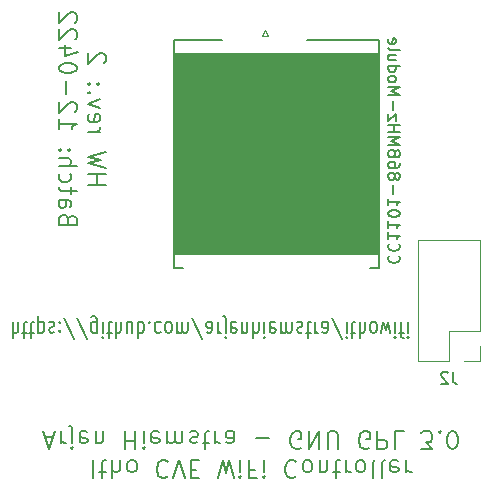
<source format=gbo>
G04 #@! TF.GenerationSoftware,KiCad,Pcbnew,(5.1.9-0-10_14)*
G04 #@! TF.CreationDate,2022-01-17T21:12:23+01:00*
G04 #@! TF.ProjectId,ithowifi_4l,6974686f-7769-4666-995f-346c2e6b6963,rev?*
G04 #@! TF.SameCoordinates,Original*
G04 #@! TF.FileFunction,Legend,Bot*
G04 #@! TF.FilePolarity,Positive*
%FSLAX46Y46*%
G04 Gerber Fmt 4.6, Leading zero omitted, Abs format (unit mm)*
G04 Created by KiCad (PCBNEW (5.1.9-0-10_14)) date 2022-01-17 21:12:23*
%MOMM*%
%LPD*%
G01*
G04 APERTURE LIST*
%ADD10C,0.200000*%
%ADD11C,0.100000*%
%ADD12C,0.150000*%
%ADD13C,0.120000*%
G04 APERTURE END LIST*
D10*
X90208428Y-124153714D02*
X91708428Y-124153714D01*
X90994142Y-124153714D02*
X90994142Y-123296571D01*
X90208428Y-123296571D02*
X91708428Y-123296571D01*
X91708428Y-122725142D02*
X90208428Y-122368000D01*
X91279857Y-122082285D01*
X90208428Y-121796571D01*
X91708428Y-121439428D01*
X90208428Y-119725142D02*
X91208428Y-119725142D01*
X90922714Y-119725142D02*
X91065571Y-119653714D01*
X91137000Y-119582285D01*
X91208428Y-119439428D01*
X91208428Y-119296571D01*
X90279857Y-118225142D02*
X90208428Y-118368000D01*
X90208428Y-118653714D01*
X90279857Y-118796571D01*
X90422714Y-118868000D01*
X90994142Y-118868000D01*
X91137000Y-118796571D01*
X91208428Y-118653714D01*
X91208428Y-118368000D01*
X91137000Y-118225142D01*
X90994142Y-118153714D01*
X90851285Y-118153714D01*
X90708428Y-118868000D01*
X91208428Y-117653714D02*
X90208428Y-117296571D01*
X91208428Y-116939428D01*
X90351285Y-116368000D02*
X90279857Y-116296571D01*
X90208428Y-116368000D01*
X90279857Y-116439428D01*
X90351285Y-116368000D01*
X90208428Y-116368000D01*
X90351285Y-115653714D02*
X90279857Y-115582285D01*
X90208428Y-115653714D01*
X90279857Y-115725142D01*
X90351285Y-115653714D01*
X90208428Y-115653714D01*
X91137000Y-115653714D02*
X91065571Y-115582285D01*
X90994142Y-115653714D01*
X91065571Y-115725142D01*
X91137000Y-115653714D01*
X90994142Y-115653714D01*
X91565571Y-113868000D02*
X91637000Y-113796571D01*
X91708428Y-113653714D01*
X91708428Y-113296571D01*
X91637000Y-113153714D01*
X91565571Y-113082285D01*
X91422714Y-113010857D01*
X91279857Y-113010857D01*
X91065571Y-113082285D01*
X90208428Y-113939428D01*
X90208428Y-113010857D01*
X88544142Y-127082285D02*
X88472714Y-126868000D01*
X88401285Y-126796571D01*
X88258428Y-126725142D01*
X88044142Y-126725142D01*
X87901285Y-126796571D01*
X87829857Y-126868000D01*
X87758428Y-127010857D01*
X87758428Y-127582285D01*
X89258428Y-127582285D01*
X89258428Y-127082285D01*
X89187000Y-126939428D01*
X89115571Y-126868000D01*
X88972714Y-126796571D01*
X88829857Y-126796571D01*
X88687000Y-126868000D01*
X88615571Y-126939428D01*
X88544142Y-127082285D01*
X88544142Y-127582285D01*
X87758428Y-125439428D02*
X88544142Y-125439428D01*
X88687000Y-125510857D01*
X88758428Y-125653714D01*
X88758428Y-125939428D01*
X88687000Y-126082285D01*
X87829857Y-125439428D02*
X87758428Y-125582285D01*
X87758428Y-125939428D01*
X87829857Y-126082285D01*
X87972714Y-126153714D01*
X88115571Y-126153714D01*
X88258428Y-126082285D01*
X88329857Y-125939428D01*
X88329857Y-125582285D01*
X88401285Y-125439428D01*
X88758428Y-124939428D02*
X88758428Y-124368000D01*
X89258428Y-124725142D02*
X87972714Y-124725142D01*
X87829857Y-124653714D01*
X87758428Y-124510857D01*
X87758428Y-124368000D01*
X87829857Y-123225142D02*
X87758428Y-123368000D01*
X87758428Y-123653714D01*
X87829857Y-123796571D01*
X87901285Y-123868000D01*
X88044142Y-123939428D01*
X88472714Y-123939428D01*
X88615571Y-123868000D01*
X88687000Y-123796571D01*
X88758428Y-123653714D01*
X88758428Y-123368000D01*
X88687000Y-123225142D01*
X87758428Y-122582285D02*
X89258428Y-122582285D01*
X87758428Y-121939428D02*
X88544142Y-121939428D01*
X88687000Y-122010857D01*
X88758428Y-122153714D01*
X88758428Y-122368000D01*
X88687000Y-122510857D01*
X88615571Y-122582285D01*
X87901285Y-121225142D02*
X87829857Y-121153714D01*
X87758428Y-121225142D01*
X87829857Y-121296571D01*
X87901285Y-121225142D01*
X87758428Y-121225142D01*
X88687000Y-121225142D02*
X88615571Y-121153714D01*
X88544142Y-121225142D01*
X88615571Y-121296571D01*
X88687000Y-121225142D01*
X88544142Y-121225142D01*
X87758428Y-118582285D02*
X87758428Y-119439428D01*
X87758428Y-119010857D02*
X89258428Y-119010857D01*
X89044142Y-119153714D01*
X88901285Y-119296571D01*
X88829857Y-119439428D01*
X89115571Y-118010857D02*
X89187000Y-117939428D01*
X89258428Y-117796571D01*
X89258428Y-117439428D01*
X89187000Y-117296571D01*
X89115571Y-117225142D01*
X88972714Y-117153714D01*
X88829857Y-117153714D01*
X88615571Y-117225142D01*
X87758428Y-118082285D01*
X87758428Y-117153714D01*
X88329857Y-116510857D02*
X88329857Y-115368000D01*
X89258428Y-114368000D02*
X89258428Y-114225142D01*
X89187000Y-114082285D01*
X89115571Y-114010857D01*
X88972714Y-113939428D01*
X88687000Y-113868000D01*
X88329857Y-113868000D01*
X88044142Y-113939428D01*
X87901285Y-114010857D01*
X87829857Y-114082285D01*
X87758428Y-114225142D01*
X87758428Y-114368000D01*
X87829857Y-114510857D01*
X87901285Y-114582285D01*
X88044142Y-114653714D01*
X88329857Y-114725142D01*
X88687000Y-114725142D01*
X88972714Y-114653714D01*
X89115571Y-114582285D01*
X89187000Y-114510857D01*
X89258428Y-114368000D01*
X88758428Y-112582285D02*
X87758428Y-112582285D01*
X89329857Y-112939428D02*
X88258428Y-113296571D01*
X88258428Y-112368000D01*
X89115571Y-111868000D02*
X89187000Y-111796571D01*
X89258428Y-111653714D01*
X89258428Y-111296571D01*
X89187000Y-111153714D01*
X89115571Y-111082285D01*
X88972714Y-111010857D01*
X88829857Y-111010857D01*
X88615571Y-111082285D01*
X87758428Y-111939428D01*
X87758428Y-111010857D01*
X89115571Y-110439428D02*
X89187000Y-110368000D01*
X89258428Y-110225142D01*
X89258428Y-109868000D01*
X89187000Y-109725142D01*
X89115571Y-109653714D01*
X88972714Y-109582285D01*
X88829857Y-109582285D01*
X88615571Y-109653714D01*
X87758428Y-110510857D01*
X87758428Y-109582285D01*
D11*
G36*
X114808000Y-129997200D02*
G01*
X97561400Y-129997200D01*
X97536000Y-113030000D01*
X114808000Y-113030000D01*
X114808000Y-129997200D01*
G37*
X114808000Y-129997200D02*
X97561400Y-129997200D01*
X97536000Y-113030000D01*
X114808000Y-113030000D01*
X114808000Y-129997200D01*
D10*
X83859000Y-135764666D02*
X83859000Y-137164666D01*
X84309000Y-135764666D02*
X84309000Y-136498000D01*
X84259000Y-136631333D01*
X84159000Y-136698000D01*
X84009000Y-136698000D01*
X83909000Y-136631333D01*
X83859000Y-136564666D01*
X84659000Y-136698000D02*
X85059000Y-136698000D01*
X84809000Y-137164666D02*
X84809000Y-135964666D01*
X84859000Y-135831333D01*
X84959000Y-135764666D01*
X85059000Y-135764666D01*
X85259000Y-136698000D02*
X85659000Y-136698000D01*
X85409000Y-137164666D02*
X85409000Y-135964666D01*
X85459000Y-135831333D01*
X85559000Y-135764666D01*
X85659000Y-135764666D01*
X86009000Y-136698000D02*
X86009000Y-135298000D01*
X86009000Y-136631333D02*
X86109000Y-136698000D01*
X86309000Y-136698000D01*
X86409000Y-136631333D01*
X86459000Y-136564666D01*
X86509000Y-136431333D01*
X86509000Y-136031333D01*
X86459000Y-135898000D01*
X86409000Y-135831333D01*
X86309000Y-135764666D01*
X86109000Y-135764666D01*
X86009000Y-135831333D01*
X86909000Y-135831333D02*
X87009000Y-135764666D01*
X87209000Y-135764666D01*
X87309000Y-135831333D01*
X87359000Y-135964666D01*
X87359000Y-136031333D01*
X87309000Y-136164666D01*
X87209000Y-136231333D01*
X87059000Y-136231333D01*
X86959000Y-136298000D01*
X86909000Y-136431333D01*
X86909000Y-136498000D01*
X86959000Y-136631333D01*
X87059000Y-136698000D01*
X87209000Y-136698000D01*
X87309000Y-136631333D01*
X87809000Y-135898000D02*
X87859000Y-135831333D01*
X87809000Y-135764666D01*
X87759000Y-135831333D01*
X87809000Y-135898000D01*
X87809000Y-135764666D01*
X87809000Y-136631333D02*
X87859000Y-136564666D01*
X87809000Y-136498000D01*
X87759000Y-136564666D01*
X87809000Y-136631333D01*
X87809000Y-136498000D01*
X89059000Y-137231333D02*
X88159000Y-135431333D01*
X90159000Y-137231333D02*
X89259000Y-135431333D01*
X90959000Y-136698000D02*
X90959000Y-135564666D01*
X90909000Y-135431333D01*
X90859000Y-135364666D01*
X90759000Y-135298000D01*
X90609000Y-135298000D01*
X90509000Y-135364666D01*
X90959000Y-135831333D02*
X90859000Y-135764666D01*
X90659000Y-135764666D01*
X90559000Y-135831333D01*
X90509000Y-135898000D01*
X90459000Y-136031333D01*
X90459000Y-136431333D01*
X90509000Y-136564666D01*
X90559000Y-136631333D01*
X90659000Y-136698000D01*
X90859000Y-136698000D01*
X90959000Y-136631333D01*
X91459000Y-135764666D02*
X91459000Y-136698000D01*
X91459000Y-137164666D02*
X91409000Y-137098000D01*
X91459000Y-137031333D01*
X91509000Y-137098000D01*
X91459000Y-137164666D01*
X91459000Y-137031333D01*
X91809000Y-136698000D02*
X92209000Y-136698000D01*
X91959000Y-137164666D02*
X91959000Y-135964666D01*
X92009000Y-135831333D01*
X92109000Y-135764666D01*
X92209000Y-135764666D01*
X92559000Y-135764666D02*
X92559000Y-137164666D01*
X93009000Y-135764666D02*
X93009000Y-136498000D01*
X92959000Y-136631333D01*
X92859000Y-136698000D01*
X92709000Y-136698000D01*
X92609000Y-136631333D01*
X92559000Y-136564666D01*
X93959000Y-136698000D02*
X93959000Y-135764666D01*
X93509000Y-136698000D02*
X93509000Y-135964666D01*
X93559000Y-135831333D01*
X93659000Y-135764666D01*
X93809000Y-135764666D01*
X93909000Y-135831333D01*
X93959000Y-135898000D01*
X94459000Y-135764666D02*
X94459000Y-137164666D01*
X94459000Y-136631333D02*
X94559000Y-136698000D01*
X94759000Y-136698000D01*
X94859000Y-136631333D01*
X94909000Y-136564666D01*
X94959000Y-136431333D01*
X94959000Y-136031333D01*
X94909000Y-135898000D01*
X94859000Y-135831333D01*
X94759000Y-135764666D01*
X94559000Y-135764666D01*
X94459000Y-135831333D01*
X95409000Y-135898000D02*
X95459000Y-135831333D01*
X95409000Y-135764666D01*
X95359000Y-135831333D01*
X95409000Y-135898000D01*
X95409000Y-135764666D01*
X96359000Y-135831333D02*
X96259000Y-135764666D01*
X96059000Y-135764666D01*
X95959000Y-135831333D01*
X95909000Y-135898000D01*
X95859000Y-136031333D01*
X95859000Y-136431333D01*
X95909000Y-136564666D01*
X95959000Y-136631333D01*
X96059000Y-136698000D01*
X96259000Y-136698000D01*
X96359000Y-136631333D01*
X96959000Y-135764666D02*
X96859000Y-135831333D01*
X96809000Y-135898000D01*
X96759000Y-136031333D01*
X96759000Y-136431333D01*
X96809000Y-136564666D01*
X96859000Y-136631333D01*
X96959000Y-136698000D01*
X97109000Y-136698000D01*
X97209000Y-136631333D01*
X97259000Y-136564666D01*
X97309000Y-136431333D01*
X97309000Y-136031333D01*
X97259000Y-135898000D01*
X97209000Y-135831333D01*
X97109000Y-135764666D01*
X96959000Y-135764666D01*
X97759000Y-135764666D02*
X97759000Y-136698000D01*
X97759000Y-136564666D02*
X97809000Y-136631333D01*
X97909000Y-136698000D01*
X98059000Y-136698000D01*
X98159000Y-136631333D01*
X98209000Y-136498000D01*
X98209000Y-135764666D01*
X98209000Y-136498000D02*
X98259000Y-136631333D01*
X98359000Y-136698000D01*
X98509000Y-136698000D01*
X98609000Y-136631333D01*
X98659000Y-136498000D01*
X98659000Y-135764666D01*
X99909000Y-137231333D02*
X99009000Y-135431333D01*
X100709000Y-135764666D02*
X100709000Y-136498000D01*
X100659000Y-136631333D01*
X100559000Y-136698000D01*
X100359000Y-136698000D01*
X100259000Y-136631333D01*
X100709000Y-135831333D02*
X100609000Y-135764666D01*
X100359000Y-135764666D01*
X100259000Y-135831333D01*
X100209000Y-135964666D01*
X100209000Y-136098000D01*
X100259000Y-136231333D01*
X100359000Y-136298000D01*
X100609000Y-136298000D01*
X100709000Y-136364666D01*
X101209000Y-135764666D02*
X101209000Y-136698000D01*
X101209000Y-136431333D02*
X101259000Y-136564666D01*
X101309000Y-136631333D01*
X101409000Y-136698000D01*
X101509000Y-136698000D01*
X101859000Y-136698000D02*
X101859000Y-135498000D01*
X101809000Y-135364666D01*
X101709000Y-135298000D01*
X101659000Y-135298000D01*
X101859000Y-137164666D02*
X101809000Y-137098000D01*
X101859000Y-137031333D01*
X101909000Y-137098000D01*
X101859000Y-137164666D01*
X101859000Y-137031333D01*
X102759000Y-135831333D02*
X102659000Y-135764666D01*
X102459000Y-135764666D01*
X102359000Y-135831333D01*
X102309000Y-135964666D01*
X102309000Y-136498000D01*
X102359000Y-136631333D01*
X102459000Y-136698000D01*
X102659000Y-136698000D01*
X102759000Y-136631333D01*
X102809000Y-136498000D01*
X102809000Y-136364666D01*
X102309000Y-136231333D01*
X103259000Y-136698000D02*
X103259000Y-135764666D01*
X103259000Y-136564666D02*
X103309000Y-136631333D01*
X103409000Y-136698000D01*
X103559000Y-136698000D01*
X103659000Y-136631333D01*
X103709000Y-136498000D01*
X103709000Y-135764666D01*
X104209000Y-135764666D02*
X104209000Y-137164666D01*
X104659000Y-135764666D02*
X104659000Y-136498000D01*
X104609000Y-136631333D01*
X104509000Y-136698000D01*
X104359000Y-136698000D01*
X104259000Y-136631333D01*
X104209000Y-136564666D01*
X105159000Y-135764666D02*
X105159000Y-136698000D01*
X105159000Y-137164666D02*
X105109000Y-137098000D01*
X105159000Y-137031333D01*
X105209000Y-137098000D01*
X105159000Y-137164666D01*
X105159000Y-137031333D01*
X106059000Y-135831333D02*
X105959000Y-135764666D01*
X105759000Y-135764666D01*
X105659000Y-135831333D01*
X105609000Y-135964666D01*
X105609000Y-136498000D01*
X105659000Y-136631333D01*
X105759000Y-136698000D01*
X105959000Y-136698000D01*
X106059000Y-136631333D01*
X106109000Y-136498000D01*
X106109000Y-136364666D01*
X105609000Y-136231333D01*
X106559000Y-135764666D02*
X106559000Y-136698000D01*
X106559000Y-136564666D02*
X106609000Y-136631333D01*
X106709000Y-136698000D01*
X106859000Y-136698000D01*
X106959000Y-136631333D01*
X107009000Y-136498000D01*
X107009000Y-135764666D01*
X107009000Y-136498000D02*
X107059000Y-136631333D01*
X107159000Y-136698000D01*
X107309000Y-136698000D01*
X107409000Y-136631333D01*
X107459000Y-136498000D01*
X107459000Y-135764666D01*
X107909000Y-135831333D02*
X108009000Y-135764666D01*
X108209000Y-135764666D01*
X108309000Y-135831333D01*
X108359000Y-135964666D01*
X108359000Y-136031333D01*
X108309000Y-136164666D01*
X108209000Y-136231333D01*
X108059000Y-136231333D01*
X107959000Y-136298000D01*
X107909000Y-136431333D01*
X107909000Y-136498000D01*
X107959000Y-136631333D01*
X108059000Y-136698000D01*
X108209000Y-136698000D01*
X108309000Y-136631333D01*
X108659000Y-136698000D02*
X109059000Y-136698000D01*
X108809000Y-137164666D02*
X108809000Y-135964666D01*
X108859000Y-135831333D01*
X108959000Y-135764666D01*
X109059000Y-135764666D01*
X109409000Y-135764666D02*
X109409000Y-136698000D01*
X109409000Y-136431333D02*
X109459000Y-136564666D01*
X109509000Y-136631333D01*
X109609000Y-136698000D01*
X109709000Y-136698000D01*
X110509000Y-135764666D02*
X110509000Y-136498000D01*
X110459000Y-136631333D01*
X110359000Y-136698000D01*
X110159000Y-136698000D01*
X110059000Y-136631333D01*
X110509000Y-135831333D02*
X110409000Y-135764666D01*
X110159000Y-135764666D01*
X110059000Y-135831333D01*
X110009000Y-135964666D01*
X110009000Y-136098000D01*
X110059000Y-136231333D01*
X110159000Y-136298000D01*
X110409000Y-136298000D01*
X110509000Y-136364666D01*
X111759000Y-137231333D02*
X110859000Y-135431333D01*
X112109000Y-135764666D02*
X112109000Y-136698000D01*
X112109000Y-137164666D02*
X112059000Y-137098000D01*
X112109000Y-137031333D01*
X112159000Y-137098000D01*
X112109000Y-137164666D01*
X112109000Y-137031333D01*
X112459000Y-136698000D02*
X112859000Y-136698000D01*
X112609000Y-137164666D02*
X112609000Y-135964666D01*
X112659000Y-135831333D01*
X112759000Y-135764666D01*
X112859000Y-135764666D01*
X113209000Y-135764666D02*
X113209000Y-137164666D01*
X113659000Y-135764666D02*
X113659000Y-136498000D01*
X113609000Y-136631333D01*
X113509000Y-136698000D01*
X113359000Y-136698000D01*
X113259000Y-136631333D01*
X113209000Y-136564666D01*
X114309000Y-135764666D02*
X114209000Y-135831333D01*
X114159000Y-135898000D01*
X114109000Y-136031333D01*
X114109000Y-136431333D01*
X114159000Y-136564666D01*
X114209000Y-136631333D01*
X114309000Y-136698000D01*
X114459000Y-136698000D01*
X114559000Y-136631333D01*
X114609000Y-136564666D01*
X114659000Y-136431333D01*
X114659000Y-136031333D01*
X114609000Y-135898000D01*
X114559000Y-135831333D01*
X114459000Y-135764666D01*
X114309000Y-135764666D01*
X115009000Y-136698000D02*
X115209000Y-135764666D01*
X115409000Y-136431333D01*
X115609000Y-135764666D01*
X115809000Y-136698000D01*
X116209000Y-135764666D02*
X116209000Y-136698000D01*
X116209000Y-137164666D02*
X116159000Y-137098000D01*
X116209000Y-137031333D01*
X116259000Y-137098000D01*
X116209000Y-137164666D01*
X116209000Y-137031333D01*
X116559000Y-136698000D02*
X116959000Y-136698000D01*
X116709000Y-135764666D02*
X116709000Y-136964666D01*
X116759000Y-137098000D01*
X116859000Y-137164666D01*
X116959000Y-137164666D01*
X117309000Y-135764666D02*
X117309000Y-136698000D01*
X117309000Y-137164666D02*
X117259000Y-137098000D01*
X117309000Y-137031333D01*
X117359000Y-137098000D01*
X117309000Y-137164666D01*
X117309000Y-137031333D01*
X90681257Y-147510828D02*
X90681257Y-149010828D01*
X91181257Y-148510828D02*
X91752685Y-148510828D01*
X91395542Y-149010828D02*
X91395542Y-147725114D01*
X91466971Y-147582257D01*
X91609828Y-147510828D01*
X91752685Y-147510828D01*
X92252685Y-147510828D02*
X92252685Y-149010828D01*
X92895542Y-147510828D02*
X92895542Y-148296542D01*
X92824114Y-148439400D01*
X92681257Y-148510828D01*
X92466971Y-148510828D01*
X92324114Y-148439400D01*
X92252685Y-148367971D01*
X93824114Y-147510828D02*
X93681257Y-147582257D01*
X93609828Y-147653685D01*
X93538400Y-147796542D01*
X93538400Y-148225114D01*
X93609828Y-148367971D01*
X93681257Y-148439400D01*
X93824114Y-148510828D01*
X94038400Y-148510828D01*
X94181257Y-148439400D01*
X94252685Y-148367971D01*
X94324114Y-148225114D01*
X94324114Y-147796542D01*
X94252685Y-147653685D01*
X94181257Y-147582257D01*
X94038400Y-147510828D01*
X93824114Y-147510828D01*
X96966971Y-147653685D02*
X96895542Y-147582257D01*
X96681257Y-147510828D01*
X96538400Y-147510828D01*
X96324114Y-147582257D01*
X96181257Y-147725114D01*
X96109828Y-147867971D01*
X96038400Y-148153685D01*
X96038400Y-148367971D01*
X96109828Y-148653685D01*
X96181257Y-148796542D01*
X96324114Y-148939400D01*
X96538400Y-149010828D01*
X96681257Y-149010828D01*
X96895542Y-148939400D01*
X96966971Y-148867971D01*
X97395542Y-149010828D02*
X97895542Y-147510828D01*
X98395542Y-149010828D01*
X98895542Y-148296542D02*
X99395542Y-148296542D01*
X99609828Y-147510828D02*
X98895542Y-147510828D01*
X98895542Y-149010828D01*
X99609828Y-149010828D01*
X101252685Y-149010828D02*
X101609828Y-147510828D01*
X101895542Y-148582257D01*
X102181257Y-147510828D01*
X102538400Y-149010828D01*
X103109828Y-147510828D02*
X103109828Y-148510828D01*
X103109828Y-149010828D02*
X103038400Y-148939400D01*
X103109828Y-148867971D01*
X103181257Y-148939400D01*
X103109828Y-149010828D01*
X103109828Y-148867971D01*
X104324114Y-148296542D02*
X103824114Y-148296542D01*
X103824114Y-147510828D02*
X103824114Y-149010828D01*
X104538400Y-149010828D01*
X105109828Y-147510828D02*
X105109828Y-148510828D01*
X105109828Y-149010828D02*
X105038400Y-148939400D01*
X105109828Y-148867971D01*
X105181257Y-148939400D01*
X105109828Y-149010828D01*
X105109828Y-148867971D01*
X107824114Y-147653685D02*
X107752685Y-147582257D01*
X107538400Y-147510828D01*
X107395542Y-147510828D01*
X107181257Y-147582257D01*
X107038400Y-147725114D01*
X106966971Y-147867971D01*
X106895542Y-148153685D01*
X106895542Y-148367971D01*
X106966971Y-148653685D01*
X107038400Y-148796542D01*
X107181257Y-148939400D01*
X107395542Y-149010828D01*
X107538400Y-149010828D01*
X107752685Y-148939400D01*
X107824114Y-148867971D01*
X108681257Y-147510828D02*
X108538400Y-147582257D01*
X108466971Y-147653685D01*
X108395542Y-147796542D01*
X108395542Y-148225114D01*
X108466971Y-148367971D01*
X108538400Y-148439400D01*
X108681257Y-148510828D01*
X108895542Y-148510828D01*
X109038400Y-148439400D01*
X109109828Y-148367971D01*
X109181257Y-148225114D01*
X109181257Y-147796542D01*
X109109828Y-147653685D01*
X109038400Y-147582257D01*
X108895542Y-147510828D01*
X108681257Y-147510828D01*
X109824114Y-148510828D02*
X109824114Y-147510828D01*
X109824114Y-148367971D02*
X109895542Y-148439400D01*
X110038400Y-148510828D01*
X110252685Y-148510828D01*
X110395542Y-148439400D01*
X110466971Y-148296542D01*
X110466971Y-147510828D01*
X110966971Y-148510828D02*
X111538400Y-148510828D01*
X111181257Y-149010828D02*
X111181257Y-147725114D01*
X111252685Y-147582257D01*
X111395542Y-147510828D01*
X111538400Y-147510828D01*
X112038400Y-147510828D02*
X112038400Y-148510828D01*
X112038400Y-148225114D02*
X112109828Y-148367971D01*
X112181257Y-148439400D01*
X112324114Y-148510828D01*
X112466971Y-148510828D01*
X113181257Y-147510828D02*
X113038400Y-147582257D01*
X112966971Y-147653685D01*
X112895542Y-147796542D01*
X112895542Y-148225114D01*
X112966971Y-148367971D01*
X113038400Y-148439400D01*
X113181257Y-148510828D01*
X113395542Y-148510828D01*
X113538400Y-148439400D01*
X113609828Y-148367971D01*
X113681257Y-148225114D01*
X113681257Y-147796542D01*
X113609828Y-147653685D01*
X113538400Y-147582257D01*
X113395542Y-147510828D01*
X113181257Y-147510828D01*
X114538400Y-147510828D02*
X114395542Y-147582257D01*
X114324114Y-147725114D01*
X114324114Y-149010828D01*
X115324114Y-147510828D02*
X115181257Y-147582257D01*
X115109828Y-147725114D01*
X115109828Y-149010828D01*
X116466971Y-147582257D02*
X116324114Y-147510828D01*
X116038400Y-147510828D01*
X115895542Y-147582257D01*
X115824114Y-147725114D01*
X115824114Y-148296542D01*
X115895542Y-148439400D01*
X116038400Y-148510828D01*
X116324114Y-148510828D01*
X116466971Y-148439400D01*
X116538400Y-148296542D01*
X116538400Y-148153685D01*
X115824114Y-148010828D01*
X117181257Y-147510828D02*
X117181257Y-148510828D01*
X117181257Y-148225114D02*
X117252685Y-148367971D01*
X117324114Y-148439400D01*
X117466971Y-148510828D01*
X117609828Y-148510828D01*
X86574114Y-145489400D02*
X87288400Y-145489400D01*
X86431257Y-145060828D02*
X86931257Y-146560828D01*
X87431257Y-145060828D01*
X87931257Y-145060828D02*
X87931257Y-146060828D01*
X87931257Y-145775114D02*
X88002685Y-145917971D01*
X88074114Y-145989400D01*
X88216971Y-146060828D01*
X88359828Y-146060828D01*
X88859828Y-146060828D02*
X88859828Y-144775114D01*
X88788400Y-144632257D01*
X88645542Y-144560828D01*
X88574114Y-144560828D01*
X88859828Y-146560828D02*
X88788400Y-146489400D01*
X88859828Y-146417971D01*
X88931257Y-146489400D01*
X88859828Y-146560828D01*
X88859828Y-146417971D01*
X90145542Y-145132257D02*
X90002685Y-145060828D01*
X89716971Y-145060828D01*
X89574114Y-145132257D01*
X89502685Y-145275114D01*
X89502685Y-145846542D01*
X89574114Y-145989400D01*
X89716971Y-146060828D01*
X90002685Y-146060828D01*
X90145542Y-145989400D01*
X90216971Y-145846542D01*
X90216971Y-145703685D01*
X89502685Y-145560828D01*
X90859828Y-146060828D02*
X90859828Y-145060828D01*
X90859828Y-145917971D02*
X90931257Y-145989400D01*
X91074114Y-146060828D01*
X91288400Y-146060828D01*
X91431257Y-145989400D01*
X91502685Y-145846542D01*
X91502685Y-145060828D01*
X93359828Y-145060828D02*
X93359828Y-146560828D01*
X93359828Y-145846542D02*
X94216971Y-145846542D01*
X94216971Y-145060828D02*
X94216971Y-146560828D01*
X94931257Y-145060828D02*
X94931257Y-146060828D01*
X94931257Y-146560828D02*
X94859828Y-146489400D01*
X94931257Y-146417971D01*
X95002685Y-146489400D01*
X94931257Y-146560828D01*
X94931257Y-146417971D01*
X96216971Y-145132257D02*
X96074114Y-145060828D01*
X95788400Y-145060828D01*
X95645542Y-145132257D01*
X95574114Y-145275114D01*
X95574114Y-145846542D01*
X95645542Y-145989400D01*
X95788400Y-146060828D01*
X96074114Y-146060828D01*
X96216971Y-145989400D01*
X96288400Y-145846542D01*
X96288400Y-145703685D01*
X95574114Y-145560828D01*
X96931257Y-145060828D02*
X96931257Y-146060828D01*
X96931257Y-145917971D02*
X97002685Y-145989400D01*
X97145542Y-146060828D01*
X97359828Y-146060828D01*
X97502685Y-145989400D01*
X97574114Y-145846542D01*
X97574114Y-145060828D01*
X97574114Y-145846542D02*
X97645542Y-145989400D01*
X97788400Y-146060828D01*
X98002685Y-146060828D01*
X98145542Y-145989400D01*
X98216971Y-145846542D01*
X98216971Y-145060828D01*
X98859828Y-145132257D02*
X99002685Y-145060828D01*
X99288400Y-145060828D01*
X99431257Y-145132257D01*
X99502685Y-145275114D01*
X99502685Y-145346542D01*
X99431257Y-145489400D01*
X99288400Y-145560828D01*
X99074114Y-145560828D01*
X98931257Y-145632257D01*
X98859828Y-145775114D01*
X98859828Y-145846542D01*
X98931257Y-145989400D01*
X99074114Y-146060828D01*
X99288400Y-146060828D01*
X99431257Y-145989400D01*
X99931257Y-146060828D02*
X100502685Y-146060828D01*
X100145542Y-146560828D02*
X100145542Y-145275114D01*
X100216971Y-145132257D01*
X100359828Y-145060828D01*
X100502685Y-145060828D01*
X101002685Y-145060828D02*
X101002685Y-146060828D01*
X101002685Y-145775114D02*
X101074114Y-145917971D01*
X101145542Y-145989400D01*
X101288400Y-146060828D01*
X101431257Y-146060828D01*
X102574114Y-145060828D02*
X102574114Y-145846542D01*
X102502685Y-145989400D01*
X102359828Y-146060828D01*
X102074114Y-146060828D01*
X101931257Y-145989400D01*
X102574114Y-145132257D02*
X102431257Y-145060828D01*
X102074114Y-145060828D01*
X101931257Y-145132257D01*
X101859828Y-145275114D01*
X101859828Y-145417971D01*
X101931257Y-145560828D01*
X102074114Y-145632257D01*
X102431257Y-145632257D01*
X102574114Y-145703685D01*
X104431257Y-145632257D02*
X105574114Y-145632257D01*
X108216971Y-146489400D02*
X108074114Y-146560828D01*
X107859828Y-146560828D01*
X107645542Y-146489400D01*
X107502685Y-146346542D01*
X107431257Y-146203685D01*
X107359828Y-145917971D01*
X107359828Y-145703685D01*
X107431257Y-145417971D01*
X107502685Y-145275114D01*
X107645542Y-145132257D01*
X107859828Y-145060828D01*
X108002685Y-145060828D01*
X108216971Y-145132257D01*
X108288400Y-145203685D01*
X108288400Y-145703685D01*
X108002685Y-145703685D01*
X108931257Y-145060828D02*
X108931257Y-146560828D01*
X109788400Y-145060828D01*
X109788400Y-146560828D01*
X110502685Y-146560828D02*
X110502685Y-145346542D01*
X110574114Y-145203685D01*
X110645542Y-145132257D01*
X110788400Y-145060828D01*
X111074114Y-145060828D01*
X111216971Y-145132257D01*
X111288400Y-145203685D01*
X111359828Y-145346542D01*
X111359828Y-146560828D01*
X114002685Y-146489400D02*
X113859828Y-146560828D01*
X113645542Y-146560828D01*
X113431257Y-146489400D01*
X113288400Y-146346542D01*
X113216971Y-146203685D01*
X113145542Y-145917971D01*
X113145542Y-145703685D01*
X113216971Y-145417971D01*
X113288400Y-145275114D01*
X113431257Y-145132257D01*
X113645542Y-145060828D01*
X113788400Y-145060828D01*
X114002685Y-145132257D01*
X114074114Y-145203685D01*
X114074114Y-145703685D01*
X113788400Y-145703685D01*
X114716971Y-145060828D02*
X114716971Y-146560828D01*
X115288400Y-146560828D01*
X115431257Y-146489400D01*
X115502685Y-146417971D01*
X115574114Y-146275114D01*
X115574114Y-146060828D01*
X115502685Y-145917971D01*
X115431257Y-145846542D01*
X115288400Y-145775114D01*
X114716971Y-145775114D01*
X116931257Y-145060828D02*
X116216971Y-145060828D01*
X116216971Y-146560828D01*
X118431257Y-146560828D02*
X119359828Y-146560828D01*
X118859828Y-145989400D01*
X119074114Y-145989400D01*
X119216971Y-145917971D01*
X119288400Y-145846542D01*
X119359828Y-145703685D01*
X119359828Y-145346542D01*
X119288400Y-145203685D01*
X119216971Y-145132257D01*
X119074114Y-145060828D01*
X118645542Y-145060828D01*
X118502685Y-145132257D01*
X118431257Y-145203685D01*
X120002685Y-145203685D02*
X120074114Y-145132257D01*
X120002685Y-145060828D01*
X119931257Y-145132257D01*
X120002685Y-145203685D01*
X120002685Y-145060828D01*
X121002685Y-146560828D02*
X121145542Y-146560828D01*
X121288400Y-146489400D01*
X121359828Y-146417971D01*
X121431257Y-146275114D01*
X121502685Y-145989400D01*
X121502685Y-145632257D01*
X121431257Y-145346542D01*
X121359828Y-145203685D01*
X121288400Y-145132257D01*
X121145542Y-145060828D01*
X121002685Y-145060828D01*
X120859828Y-145132257D01*
X120788400Y-145203685D01*
X120716971Y-145346542D01*
X120645542Y-145632257D01*
X120645542Y-145989400D01*
X120716971Y-146275114D01*
X120788400Y-146417971D01*
X120859828Y-146489400D01*
X121002685Y-146560828D01*
D12*
X114822000Y-131189000D02*
X114822000Y-111889000D01*
X114822000Y-111889000D02*
X108797000Y-111889000D01*
X101547000Y-111889000D02*
X97522000Y-111889000D01*
X97522000Y-111889000D02*
X97522000Y-131189000D01*
X97522000Y-131189000D02*
X98272000Y-131189000D01*
X114072000Y-131189000D02*
X114822000Y-131189000D01*
D13*
X104931400Y-111558400D02*
X105181400Y-111058400D01*
X105431400Y-111558400D02*
X104931400Y-111558400D01*
X105181400Y-111058400D02*
X105431400Y-111558400D01*
X118177000Y-139125000D02*
X120777000Y-139125000D01*
X118177000Y-139125000D02*
X118177000Y-128845000D01*
X118177000Y-128845000D02*
X123377000Y-128845000D01*
X123377000Y-136525000D02*
X123377000Y-128845000D01*
X120777000Y-136525000D02*
X123377000Y-136525000D01*
X120777000Y-139125000D02*
X120777000Y-136525000D01*
X123377000Y-139125000D02*
X123377000Y-137795000D01*
X122047000Y-139125000D02*
X123377000Y-139125000D01*
D12*
X115720857Y-130165952D02*
X115673238Y-130213571D01*
X115625619Y-130356428D01*
X115625619Y-130451666D01*
X115673238Y-130594523D01*
X115768476Y-130689761D01*
X115863714Y-130737380D01*
X116054190Y-130785000D01*
X116197047Y-130785000D01*
X116387523Y-130737380D01*
X116482761Y-130689761D01*
X116578000Y-130594523D01*
X116625619Y-130451666D01*
X116625619Y-130356428D01*
X116578000Y-130213571D01*
X116530380Y-130165952D01*
X115720857Y-129165952D02*
X115673238Y-129213571D01*
X115625619Y-129356428D01*
X115625619Y-129451666D01*
X115673238Y-129594523D01*
X115768476Y-129689761D01*
X115863714Y-129737380D01*
X116054190Y-129785000D01*
X116197047Y-129785000D01*
X116387523Y-129737380D01*
X116482761Y-129689761D01*
X116578000Y-129594523D01*
X116625619Y-129451666D01*
X116625619Y-129356428D01*
X116578000Y-129213571D01*
X116530380Y-129165952D01*
X115625619Y-128213571D02*
X115625619Y-128785000D01*
X115625619Y-128499285D02*
X116625619Y-128499285D01*
X116482761Y-128594523D01*
X116387523Y-128689761D01*
X116339904Y-128785000D01*
X115625619Y-127261190D02*
X115625619Y-127832619D01*
X115625619Y-127546904D02*
X116625619Y-127546904D01*
X116482761Y-127642142D01*
X116387523Y-127737380D01*
X116339904Y-127832619D01*
X116625619Y-126642142D02*
X116625619Y-126546904D01*
X116578000Y-126451666D01*
X116530380Y-126404047D01*
X116435142Y-126356428D01*
X116244666Y-126308809D01*
X116006571Y-126308809D01*
X115816095Y-126356428D01*
X115720857Y-126404047D01*
X115673238Y-126451666D01*
X115625619Y-126546904D01*
X115625619Y-126642142D01*
X115673238Y-126737380D01*
X115720857Y-126785000D01*
X115816095Y-126832619D01*
X116006571Y-126880238D01*
X116244666Y-126880238D01*
X116435142Y-126832619D01*
X116530380Y-126785000D01*
X116578000Y-126737380D01*
X116625619Y-126642142D01*
X115625619Y-125356428D02*
X115625619Y-125927857D01*
X115625619Y-125642142D02*
X116625619Y-125642142D01*
X116482761Y-125737380D01*
X116387523Y-125832619D01*
X116339904Y-125927857D01*
X116006571Y-124927857D02*
X116006571Y-124165952D01*
X116197047Y-123546904D02*
X116244666Y-123642142D01*
X116292285Y-123689761D01*
X116387523Y-123737380D01*
X116435142Y-123737380D01*
X116530380Y-123689761D01*
X116578000Y-123642142D01*
X116625619Y-123546904D01*
X116625619Y-123356428D01*
X116578000Y-123261190D01*
X116530380Y-123213571D01*
X116435142Y-123165952D01*
X116387523Y-123165952D01*
X116292285Y-123213571D01*
X116244666Y-123261190D01*
X116197047Y-123356428D01*
X116197047Y-123546904D01*
X116149428Y-123642142D01*
X116101809Y-123689761D01*
X116006571Y-123737380D01*
X115816095Y-123737380D01*
X115720857Y-123689761D01*
X115673238Y-123642142D01*
X115625619Y-123546904D01*
X115625619Y-123356428D01*
X115673238Y-123261190D01*
X115720857Y-123213571D01*
X115816095Y-123165952D01*
X116006571Y-123165952D01*
X116101809Y-123213571D01*
X116149428Y-123261190D01*
X116197047Y-123356428D01*
X116625619Y-122308809D02*
X116625619Y-122499285D01*
X116578000Y-122594523D01*
X116530380Y-122642142D01*
X116387523Y-122737380D01*
X116197047Y-122785000D01*
X115816095Y-122785000D01*
X115720857Y-122737380D01*
X115673238Y-122689761D01*
X115625619Y-122594523D01*
X115625619Y-122404047D01*
X115673238Y-122308809D01*
X115720857Y-122261190D01*
X115816095Y-122213571D01*
X116054190Y-122213571D01*
X116149428Y-122261190D01*
X116197047Y-122308809D01*
X116244666Y-122404047D01*
X116244666Y-122594523D01*
X116197047Y-122689761D01*
X116149428Y-122737380D01*
X116054190Y-122785000D01*
X116197047Y-121642142D02*
X116244666Y-121737380D01*
X116292285Y-121785000D01*
X116387523Y-121832619D01*
X116435142Y-121832619D01*
X116530380Y-121785000D01*
X116578000Y-121737380D01*
X116625619Y-121642142D01*
X116625619Y-121451666D01*
X116578000Y-121356428D01*
X116530380Y-121308809D01*
X116435142Y-121261190D01*
X116387523Y-121261190D01*
X116292285Y-121308809D01*
X116244666Y-121356428D01*
X116197047Y-121451666D01*
X116197047Y-121642142D01*
X116149428Y-121737380D01*
X116101809Y-121785000D01*
X116006571Y-121832619D01*
X115816095Y-121832619D01*
X115720857Y-121785000D01*
X115673238Y-121737380D01*
X115625619Y-121642142D01*
X115625619Y-121451666D01*
X115673238Y-121356428D01*
X115720857Y-121308809D01*
X115816095Y-121261190D01*
X116006571Y-121261190D01*
X116101809Y-121308809D01*
X116149428Y-121356428D01*
X116197047Y-121451666D01*
X115625619Y-120832619D02*
X116625619Y-120832619D01*
X115911333Y-120499285D01*
X116625619Y-120165952D01*
X115625619Y-120165952D01*
X115625619Y-119689761D02*
X116625619Y-119689761D01*
X116149428Y-119689761D02*
X116149428Y-119118333D01*
X115625619Y-119118333D02*
X116625619Y-119118333D01*
X116292285Y-118737380D02*
X116292285Y-118213571D01*
X115625619Y-118737380D01*
X115625619Y-118213571D01*
X116006571Y-117832619D02*
X116006571Y-117070714D01*
X115625619Y-116594523D02*
X116625619Y-116594523D01*
X115911333Y-116261190D01*
X116625619Y-115927857D01*
X115625619Y-115927857D01*
X115625619Y-115308809D02*
X115673238Y-115404047D01*
X115720857Y-115451666D01*
X115816095Y-115499285D01*
X116101809Y-115499285D01*
X116197047Y-115451666D01*
X116244666Y-115404047D01*
X116292285Y-115308809D01*
X116292285Y-115165952D01*
X116244666Y-115070714D01*
X116197047Y-115023095D01*
X116101809Y-114975476D01*
X115816095Y-114975476D01*
X115720857Y-115023095D01*
X115673238Y-115070714D01*
X115625619Y-115165952D01*
X115625619Y-115308809D01*
X115625619Y-114118333D02*
X116625619Y-114118333D01*
X115673238Y-114118333D02*
X115625619Y-114213571D01*
X115625619Y-114404047D01*
X115673238Y-114499285D01*
X115720857Y-114546904D01*
X115816095Y-114594523D01*
X116101809Y-114594523D01*
X116197047Y-114546904D01*
X116244666Y-114499285D01*
X116292285Y-114404047D01*
X116292285Y-114213571D01*
X116244666Y-114118333D01*
X116292285Y-113213571D02*
X115625619Y-113213571D01*
X116292285Y-113642142D02*
X115768476Y-113642142D01*
X115673238Y-113594523D01*
X115625619Y-113499285D01*
X115625619Y-113356428D01*
X115673238Y-113261190D01*
X115720857Y-113213571D01*
X115625619Y-112594523D02*
X115673238Y-112689761D01*
X115768476Y-112737380D01*
X116625619Y-112737380D01*
X115673238Y-111832619D02*
X115625619Y-111927857D01*
X115625619Y-112118333D01*
X115673238Y-112213571D01*
X115768476Y-112261190D01*
X116149428Y-112261190D01*
X116244666Y-112213571D01*
X116292285Y-112118333D01*
X116292285Y-111927857D01*
X116244666Y-111832619D01*
X116149428Y-111785000D01*
X116054190Y-111785000D01*
X115958952Y-112261190D01*
X121110333Y-140017380D02*
X121110333Y-140731666D01*
X121157952Y-140874523D01*
X121253190Y-140969761D01*
X121396047Y-141017380D01*
X121491285Y-141017380D01*
X120681761Y-140112619D02*
X120634142Y-140065000D01*
X120538904Y-140017380D01*
X120300809Y-140017380D01*
X120205571Y-140065000D01*
X120157952Y-140112619D01*
X120110333Y-140207857D01*
X120110333Y-140303095D01*
X120157952Y-140445952D01*
X120729380Y-141017380D01*
X120110333Y-141017380D01*
M02*

</source>
